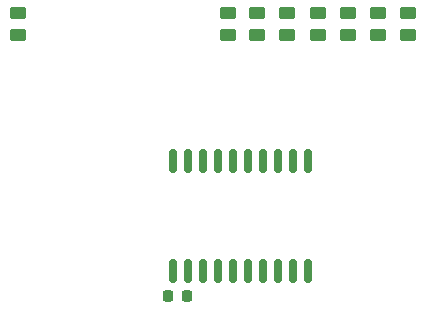
<source format=gtp>
%TF.GenerationSoftware,KiCad,Pcbnew,(6.0.4-0)*%
%TF.CreationDate,2022-03-28T18:44:13+01:00*%
%TF.ProjectId,SevenSegmentModule,53657665-6e53-4656-976d-656e744d6f64,rev?*%
%TF.SameCoordinates,Original*%
%TF.FileFunction,Paste,Top*%
%TF.FilePolarity,Positive*%
%FSLAX46Y46*%
G04 Gerber Fmt 4.6, Leading zero omitted, Abs format (unit mm)*
G04 Created by KiCad (PCBNEW (6.0.4-0)) date 2022-03-28 18:44:13*
%MOMM*%
%LPD*%
G01*
G04 APERTURE LIST*
G04 Aperture macros list*
%AMRoundRect*
0 Rectangle with rounded corners*
0 $1 Rounding radius*
0 $2 $3 $4 $5 $6 $7 $8 $9 X,Y pos of 4 corners*
0 Add a 4 corners polygon primitive as box body*
4,1,4,$2,$3,$4,$5,$6,$7,$8,$9,$2,$3,0*
0 Add four circle primitives for the rounded corners*
1,1,$1+$1,$2,$3*
1,1,$1+$1,$4,$5*
1,1,$1+$1,$6,$7*
1,1,$1+$1,$8,$9*
0 Add four rect primitives between the rounded corners*
20,1,$1+$1,$2,$3,$4,$5,0*
20,1,$1+$1,$4,$5,$6,$7,0*
20,1,$1+$1,$6,$7,$8,$9,0*
20,1,$1+$1,$8,$9,$2,$3,0*%
G04 Aperture macros list end*
%ADD10RoundRect,0.250000X0.450000X-0.262500X0.450000X0.262500X-0.450000X0.262500X-0.450000X-0.262500X0*%
%ADD11RoundRect,0.225000X0.225000X0.250000X-0.225000X0.250000X-0.225000X-0.250000X0.225000X-0.250000X0*%
%ADD12RoundRect,0.150000X0.150000X-0.875000X0.150000X0.875000X-0.150000X0.875000X-0.150000X-0.875000X0*%
G04 APERTURE END LIST*
D10*
%TO.C,R7*%
X168296170Y-78194000D03*
X168296170Y-76369000D03*
%TD*%
%TO.C,R6*%
X170857336Y-78194000D03*
X170857336Y-76369000D03*
%TD*%
D11*
%TO.C,C1*%
X162332000Y-100330000D03*
X160782000Y-100330000D03*
%TD*%
D10*
%TO.C,R4*%
X175979668Y-78194000D03*
X175979668Y-76369000D03*
%TD*%
%TO.C,R2*%
X181102000Y-78194000D03*
X181102000Y-76369000D03*
%TD*%
%TO.C,R1*%
X148082000Y-78232000D03*
X148082000Y-76407000D03*
%TD*%
%TO.C,R8*%
X165862000Y-76407000D03*
X165862000Y-78232000D03*
%TD*%
%TO.C,R3*%
X178540834Y-78194000D03*
X178540834Y-76369000D03*
%TD*%
%TO.C,R5*%
X173418502Y-78194000D03*
X173418502Y-76369000D03*
%TD*%
D12*
%TO.C,TPIC6595*%
X161163000Y-98171000D03*
X162433000Y-98171000D03*
X163703000Y-98171000D03*
X164973000Y-98171000D03*
X166243000Y-98171000D03*
X167513000Y-98171000D03*
X168783000Y-98171000D03*
X170053000Y-98171000D03*
X171323000Y-98171000D03*
X172593000Y-98171000D03*
X172593000Y-88871000D03*
X171323000Y-88871000D03*
X170053000Y-88871000D03*
X168783000Y-88871000D03*
X167513000Y-88871000D03*
X166243000Y-88871000D03*
X164973000Y-88871000D03*
X163703000Y-88871000D03*
X162433000Y-88871000D03*
X161163000Y-88871000D03*
%TD*%
M02*

</source>
